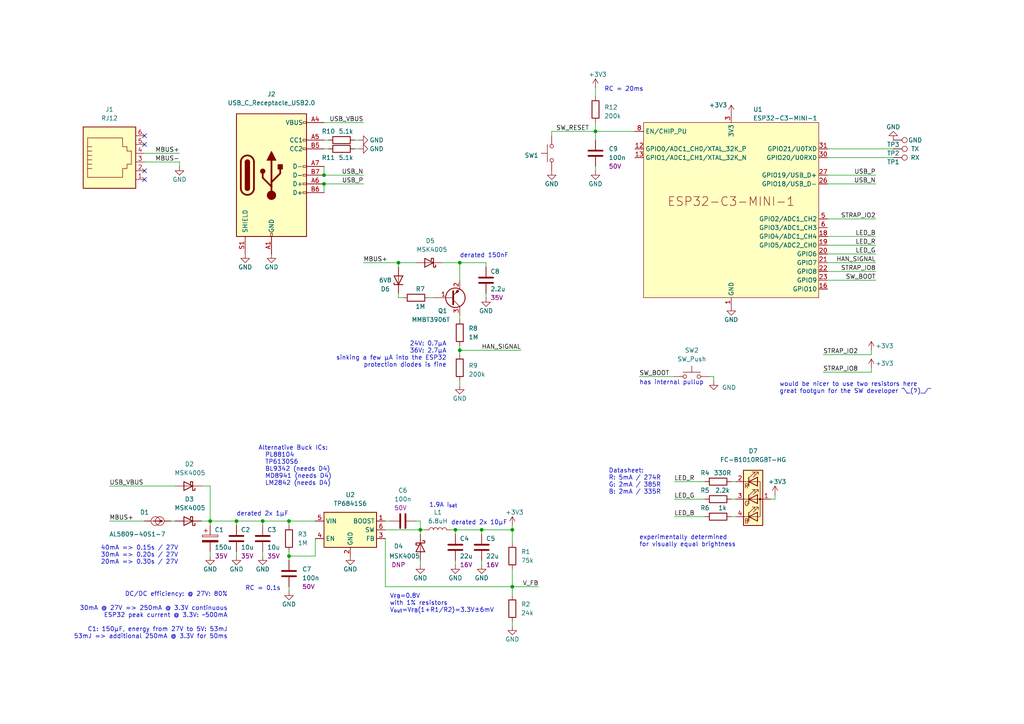
<source format=kicad_sch>
(kicad_sch (version 20230121) (generator eeschema)
  (paper "A4")
  (title_block (title "µHAN mosquito") (date "2023-03-17") (rev "1.0"))
  (lib_symbols
    (symbol "Connector:RJ12" (pin_names (offset 1.016))
      (property "Reference" "J" (at -5.08 11.43 0))
      (property "Value" "RJ12" (at 2.54 11.43 0))
      (symbol "RJ12_0_1"
        (polyline (pts (xy -6.35 -1.905) (xy -5.08 -1.905) (xy -5.08 -1.905)))
        (polyline (pts (xy -6.35 -0.635) (xy -5.08 -0.635) (xy -5.08 -0.635)))
        (polyline (pts (xy -6.35 0.635) (xy -5.08 0.635) (xy -5.08 0.635)))
        (polyline (pts (xy -6.35 1.905) (xy -5.08 1.905) (xy -5.08 1.905)))
        (polyline (pts (xy -6.35 3.175) (xy -5.08 3.175) (xy -5.08 3.175)))
        (polyline (pts (xy -5.08 4.445) (xy -6.35 4.445) (xy -6.35 4.445)))
        (polyline (pts (xy -6.35 -4.445) (xy -6.35 6.985) (xy 3.81 6.985) (xy 3.81 4.445) (xy 5.08 4.445) (xy 5.08 3.175) (xy 6.35 3.175) (xy 6.35 -0.635) (xy 5.08 -0.635) (xy 5.08 -1.905) (xy 3.81 -1.905) (xy 3.81 -4.445) (xy -6.35 -4.445) (xy -6.35 -4.445)))
        (rectangle (start 7.62 10.16) (end -7.62 -7.62) (stroke (width 0.254)) (fill (type background)))
      )
      (symbol "RJ12_1_1"
        (pin passive line (at 10.16 -5.08 180) (length 2.54) (name "~") (number "1"))
        (pin passive line (at 10.16 -2.54 180) (length 2.54) (name "~") (number "2"))
        (pin passive line (at 10.16 0 180) (length 2.54) (name "~") (number "3"))
        (pin passive line (at 10.16 2.54 180) (length 2.54) (name "~") (number "4"))
        (pin passive line (at 10.16 5.08 180) (length 2.54) (name "~") (number "5"))
        (pin passive line (at 10.16 7.62 180) (length 2.54) (name "~") (number "6"))
      )
    )
    (symbol "Connector:TestPoint" (pin_numbers hide) (pin_names (offset 0.762) hide)
      (property "Reference" "TP" (at 0 6.858 0))
      (property "Value" "TestPoint" (at 0 5.08 0))
      (symbol "TestPoint_0_1"
        (circle (center 0 3.302) (radius 0.762))
      )
      (symbol "TestPoint_1_1"
        (pin passive line (at 0 0 90) (length 2.54) (name "1") (number "1"))
      )
    )
    (symbol "Device:C" (pin_numbers hide) (pin_names (offset 0.254))
      (property "Reference" "C" (at 0.635 2.54 0))
      (property "Value" "C" (at 0.635 -2.54 0))
      (symbol "C_0_1"
        (polyline (pts (xy -2.032 -0.762) (xy 2.032 -0.762)) (stroke (width 0.508)))
        (polyline (pts (xy -2.032 0.762) (xy 2.032 0.762)) (stroke (width 0.508)))
      )
      (symbol "C_1_1"
        (pin passive line (at 0 3.81 270) (length 2.794) (name "~") (number "1"))
        (pin passive line (at 0 -3.81 90) (length 2.794) (name "~") (number "2"))
      )
    )
    (symbol "Device:C_Polarized" (pin_numbers hide) (pin_names (offset 0.254))
      (property "Reference" "C" (at 0.635 2.54 0))
      (property "Value" "C_Polarized" (at 0.635 -2.54 0))
      (symbol "C_Polarized_0_1"
        (rectangle (start -2.286 0.508) (end 2.286 1.016))
        (polyline (pts (xy -1.778 2.286) (xy -0.762 2.286)))
        (polyline (pts (xy -1.27 2.794) (xy -1.27 1.778)))
        (rectangle (start 2.286 -0.508) (end -2.286 -1.016) (fill (type outline)))
      )
      (symbol "C_Polarized_1_1"
        (pin passive line (at 0 3.81 270) (length 2.794) (name "~") (number "1"))
        (pin passive line (at 0 -3.81 90) (length 2.794) (name "~") (number "2"))
      )
    )
    (symbol "Device:D_Schottky" (pin_numbers hide) (pin_names (offset 1.016) hide)
      (property "Reference" "D" (at 0 2.54 0))
      (property "Value" "D_Schottky" (at 0 -2.54 0))
      (symbol "D_Schottky_0_1"
        (polyline (pts (xy 1.27 0) (xy -1.27 0)))
        (polyline (pts (xy 1.27 1.27) (xy 1.27 -1.27) (xy -1.27 0) (xy 1.27 1.27)) (stroke (width 0.254)))
        (polyline (pts (xy -1.905 0.635) (xy -1.905 1.27) (xy -1.27 1.27) (xy -1.27 -1.27) (xy -0.635 -1.27) (xy -0.635 -0.635)) (stroke (width 0.254)))
      )
      (symbol "D_Schottky_1_1"
        (pin passive line (at -3.81 0 0) (length 2.54) (name "K") (number "1"))
        (pin passive line (at 3.81 0 180) (length 2.54) (name "A") (number "2"))
      )
    )
    (symbol "Device:D_Zener" (pin_numbers hide) (pin_names (offset 1.016) hide)
      (property "Reference" "D" (at 0 2.54 0))
      (property "Value" "D_Zener" (at 0 -2.54 0))
      (symbol "D_Zener_0_1"
        (polyline (pts (xy 1.27 0) (xy -1.27 0)))
        (polyline (pts (xy -1.27 -1.27) (xy -1.27 1.27) (xy -0.762 1.27)) (stroke (width 0.254)))
        (polyline (pts (xy 1.27 -1.27) (xy 1.27 1.27) (xy -1.27 0) (xy 1.27 -1.27)) (stroke (width 0.254)))
      )
      (symbol "D_Zener_1_1"
        (pin passive line (at -3.81 0 0) (length 2.54) (name "K") (number "1"))
        (pin passive line (at 3.81 0 180) (length 2.54) (name "A") (number "2"))
      )
    )
    (symbol "Device:L" (pin_numbers hide) (pin_names (offset 1.016) hide)
      (property "Reference" "L" (at -1.27 0 90))
      (property "Value" "L" (at 1.905 0 90))
      (symbol "L_0_1"
        (arc (start 0 -2.54) (mid 0.6323 -1.905) (end 0 -1.27))
        (arc (start 0 -1.27) (mid 0.6323 -0.635) (end 0 0))
        (arc (start 0 0) (mid 0.6323 0.635) (end 0 1.27))
        (arc (start 0 1.27) (mid 0.6323 1.905) (end 0 2.54))
      )
      (symbol "L_1_1"
        (pin passive line (at 0 3.81 270) (length 1.27) (name "1") (number "1"))
        (pin passive line (at 0 -3.81 90) (length 1.27) (name "2") (number "2"))
      )
    )
    (symbol "Device:LED_ARGB" (pin_names (offset 0) hide)
      (property "Reference" "D" (at 0 9.398 0))
      (property "Value" "LED_ARGB" (at 0 -8.89 0))
      (symbol "LED_ARGB_0_0"
        (text "B" (at -1.905 -6.35 0) (effects (font (size 1.27 1.27))))
        (text "G" (at -1.905 -1.27 0) (effects (font (size 1.27 1.27))))
        (text "R" (at -1.905 3.81 0) (effects (font (size 1.27 1.27))))
      )
      (symbol "LED_ARGB_0_1"
        (polyline (pts (xy -1.27 -5.08) (xy -2.54 -5.08)))
        (polyline (pts (xy -1.27 -5.08) (xy 1.27 -5.08)))
        (polyline (pts (xy -1.27 -3.81) (xy -1.27 -6.35)) (stroke (width 0.254)))
        (polyline (pts (xy -1.27 0) (xy -2.54 0)))
        (polyline (pts (xy -1.27 1.27) (xy -1.27 -1.27)) (stroke (width 0.254)))
        (polyline (pts (xy -1.27 5.08) (xy -2.54 5.08)))
        (polyline (pts (xy -1.27 5.08) (xy 1.27 5.08)))
        (polyline (pts (xy -1.27 6.35) (xy -1.27 3.81)) (stroke (width 0.254)))
        (polyline (pts (xy 1.27 0) (xy -1.27 0)))
        (polyline (pts (xy 1.27 0) (xy 2.54 0)))
        (polyline (pts (xy -1.27 1.27) (xy -1.27 -1.27) (xy -1.27 -1.27)))
        (polyline (pts (xy -1.27 6.35) (xy -1.27 3.81) (xy -1.27 3.81)))
        (polyline (pts (xy 1.27 -5.08) (xy 2.032 -5.08) (xy 2.032 5.08) (xy 1.27 5.08)))
        (polyline (pts (xy 1.27 -3.81) (xy 1.27 -6.35) (xy -1.27 -5.08) (xy 1.27 -3.81)) (stroke (width 0.254)))
        (polyline (pts (xy 1.27 1.27) (xy 1.27 -1.27) (xy -1.27 0) (xy 1.27 1.27)) (stroke (width 0.254)))
        (polyline (pts (xy 1.27 6.35) (xy 1.27 3.81) (xy -1.27 5.08) (xy 1.27 6.35)) (stroke (width 0.254)))
        (polyline (pts (xy -1.016 -3.81) (xy 0.508 -2.286) (xy -0.254 -2.286) (xy 0.508 -2.286) (xy 0.508 -3.048)))
        (polyline (pts (xy -1.016 1.27) (xy 0.508 2.794) (xy -0.254 2.794) (xy 0.508 2.794) (xy 0.508 2.032)))
        (polyline (pts (xy -1.016 6.35) (xy 0.508 7.874) (xy -0.254 7.874) (xy 0.508 7.874) (xy 0.508 7.112)))
        (polyline (pts (xy 0 -3.81) (xy 1.524 -2.286) (xy 0.762 -2.286) (xy 1.524 -2.286) (xy 1.524 -3.048)))
        (polyline (pts (xy 0 1.27) (xy 1.524 2.794) (xy 0.762 2.794) (xy 1.524 2.794) (xy 1.524 2.032)))
        (polyline (pts (xy 0 6.35) (xy 1.524 7.874) (xy 0.762 7.874) (xy 1.524 7.874) (xy 1.524 7.112)))
        (rectangle (start 1.27 -1.27) (end 1.27 1.27))
        (rectangle (start 1.27 1.27) (end 1.27 1.27))
        (rectangle (start 1.27 3.81) (end 1.27 6.35))
        (rectangle (start 1.27 6.35) (end 1.27 6.35))
        (circle (center 2.032 0) (radius 0.254) (fill (type outline)))
        (rectangle (start 2.794 8.382) (end -2.794 -7.62) (stroke (width 0.254)) (fill (type background)))
      )
      (symbol "LED_ARGB_1_1"
        (pin passive line (at 5.08 0 180) (length 2.54) (name "A") (number "1"))
        (pin passive line (at -5.08 5.08 0) (length 2.54) (name "RK") (number "2"))
        (pin passive line (at -5.08 0 0) (length 2.54) (name "GK") (number "3"))
        (pin passive line (at -5.08 -5.08 0) (length 2.54) (name "BK") (number "4"))
      )
    )
    (symbol "Device:R" (pin_numbers hide) (pin_names (offset 0))
      (property "Reference" "R" (at 2.032 0 90))
      (property "Value" "R" (at 0 0 90))
      (symbol "R_0_1"
        (rectangle (start -1.016 -2.54) (end 1.016 2.54) (stroke (width 0.254)))
      )
      (symbol "R_1_1"
        (pin passive line (at 0 3.81 270) (length 1.27) (name "~") (number "1"))
        (pin passive line (at 0 -3.81 90) (length 1.27) (name "~") (number "2"))
      )
    )
    (symbol "Espressif:ESP32-C3-MINI-1"
      (property "Reference" "U" (at -25.4 30.48 0))
      (property "Value" "ESP32-C3-MINI-1" (at -25.4 27.94 0))
      (symbol "ESP32-C3-MINI-1_0_0"
        (text "ESP32-C3-MINI-1" (at 0 2.54 0) (effects (font (size 2.54 2.54))))
      )
      (symbol "ESP32-C3-MINI-1_0_1"
        (rectangle (start -25.4 25.4) (end 25.4 -25.4) (fill (type background)))
      )
      (symbol "ESP32-C3-MINI-1_1_1"
        (pin power_in line (at 0 -27.94 90) (length 2.54) (name "GND") (number "1"))
        (pin no_connect line (at -25.4 2.54 0) (length 2.54) hide (name "NC") (number "10"))
        (pin passive line (at 0 -27.94 90) (length 2.54) hide (name "GND") (number "11"))
        (pin bidirectional line (at -27.94 17.78 0) (length 2.54) (name "GPIO0/ADC1_CH0/XTAL_32K_P") (number "12"))
        (pin bidirectional line (at -27.94 15.24 0) (length 2.54) (name "GPIO1/ADC1_CH1/XTAL_32K_N") (number "13"))
        (pin passive line (at 0 -27.94 90) (length 2.54) hide (name "GND") (number "14"))
        (pin no_connect line (at -25.4 0 0) (length 2.54) hide (name "NC") (number "15"))
        (pin bidirectional line (at 27.94 -22.86 180) (length 2.54) (name "GPIO10") (number "16"))
        (pin no_connect line (at -25.4 -2.54 0) (length 2.54) hide (name "NC") (number "17"))
        (pin bidirectional line (at 27.94 -7.62 180) (length 2.54) (name "GPIO4/ADC1_CH4") (number "18"))
        (pin bidirectional line (at 27.94 -10.16 180) (length 2.54) (name "GPIO5/ADC2_CH0") (number "19"))
        (pin passive line (at 0 -27.94 90) (length 2.54) hide (name "GND") (number "2"))
        (pin bidirectional line (at 27.94 -12.7 180) (length 2.54) (name "GPIO6") (number "20"))
        (pin bidirectional line (at 27.94 -15.24 180) (length 2.54) (name "GPIO7") (number "21"))
        (pin bidirectional line (at 27.94 -17.78 180) (length 2.54) (name "GPIO8") (number "22"))
        (pin bidirectional line (at 27.94 -20.32 180) (length 2.54) (name "GPIO9") (number "23"))
        (pin no_connect line (at -25.4 -5.08 0) (length 2.54) hide (name "NC") (number "24"))
        (pin no_connect line (at -25.4 -7.62 0) (length 2.54) hide (name "NC") (number "25"))
        (pin bidirectional line (at 27.94 7.62 180) (length 2.54) (name "GPIO18/USB_D-") (number "26"))
        (pin bidirectional line (at 27.94 10.16 180) (length 2.54) (name "GPIO19/USB_D+") (number "27"))
        (pin no_connect line (at -25.4 -10.16 0) (length 2.54) hide (name "NC") (number "28"))
        (pin no_connect line (at -25.4 -12.7 0) (length 2.54) hide (name "NC") (number "29"))
        (pin power_in line (at 0 27.94 270) (length 2.54) (name "3V3") (number "3"))
        (pin bidirectional line (at 27.94 15.24 180) (length 2.54) (name "GPIO20/U0RXD") (number "30"))
        (pin bidirectional line (at 27.94 17.78 180) (length 2.54) (name "GPIO21/U0TXD") (number "31"))
        (pin no_connect line (at -25.4 -15.24 0) (length 2.54) hide (name "NC") (number "32"))
        (pin no_connect line (at -25.4 -17.78 0) (length 2.54) hide (name "NC") (number "33"))
        (pin no_connect line (at -25.4 -20.32 0) (length 2.54) hide (name "NC") (number "34"))
        (pin no_connect line (at -25.4 -22.86 0) (length 2.54) hide (name "NC") (number "35"))
        (pin passive line (at 0 -27.94 90) (length 2.54) hide (name "GND") (number "36"))
        (pin passive line (at 0 -27.94 90) (length 2.54) hide (name "GND") (number "37"))
        (pin passive line (at 0 -27.94 90) (length 2.54) hide (name "GND") (number "38"))
        (pin passive line (at 0 -27.94 90) (length 2.54) hide (name "GND") (number "39"))
        (pin no_connect line (at -25.4 10.16 0) (length 2.54) hide (name "NC") (number "4"))
        (pin passive line (at 0 -27.94 90) (length 2.54) hide (name "GND") (number "40"))
        (pin passive line (at 0 -27.94 90) (length 2.54) hide (name "GND") (number "41"))
        (pin passive line (at 0 -27.94 90) (length 2.54) hide (name "GND") (number "42"))
        (pin passive line (at 0 -27.94 90) (length 2.54) hide (name "GND") (number "43"))
        (pin passive line (at 0 -27.94 90) (length 2.54) hide (name "GND") (number "44"))
        (pin passive line (at 0 -27.94 90) (length 2.54) hide (name "GND") (number "45"))
        (pin passive line (at 0 -27.94 90) (length 2.54) hide (name "GND") (number "46"))
        (pin passive line (at 0 -27.94 90) (length 2.54) hide (name "GND") (number "47"))
        (pin passive line (at 0 -27.94 90) (length 2.54) hide (name "GND") (number "48"))
        (pin passive line (at 0 -27.94 90) (length 2.54) hide (name "GND") (number "49"))
        (pin bidirectional line (at 27.94 -2.54 180) (length 2.54) (name "GPIO2/ADC1_CH2") (number "5"))
        (pin passive line (at 0 -27.94 90) (length 2.54) hide (name "GND") (number "50"))
        (pin passive line (at 0 -27.94 90) (length 2.54) hide (name "GND") (number "51"))
        (pin passive line (at 0 -27.94 90) (length 2.54) hide (name "GND") (number "52"))
        (pin passive line (at 0 -27.94 90) (length 2.54) hide (name "GND") (number "53"))
        (pin bidirectional line (at 27.94 -5.08 180) (length 2.54) (name "GPIO3/ADC1_CH3") (number "6"))
        (pin no_connect line (at -25.4 7.62 0) (length 2.54) hide (name "NC") (number "7"))
        (pin input line (at -27.94 22.86 0) (length 2.54) (name "EN/CHIP_PU") (number "8"))
        (pin no_connect line (at -25.4 5.08 0) (length 2.54) hide (name "NC") (number "9"))
      )
    )
    (symbol "Regulator_Switching:LM2841X"
      (property "Reference" "U" (at -7.62 6.35 0))
      (property "Value" "LM2841X" (at 0 6.35 0))
      (symbol "LM2841X_0_1"
        (rectangle (start -7.62 5.08) (end 7.62 -5.08) (stroke (width 0.254)) (fill (type background)))
        (pin input line (at 10.16 2.54 180) (length 2.54) (name "BOOST") (number "1"))
      )
      (symbol "LM2841X_1_1"
        (pin power_in line (at 0 -7.62 90) (length 2.54) (name "GND") (number "2"))
        (pin input line (at 10.16 -2.54 180) (length 2.54) (name "FB") (number "3"))
        (pin input line (at -10.16 -2.54 0) (length 2.54) (name "EN") (number "4"))
        (pin power_in line (at -10.16 2.54 0) (length 2.54) (name "VIN") (number "5"))
        (pin output line (at 10.16 0 180) (length 2.54) (name "SW") (number "6"))
      )
    )
    (symbol "Switch:SW_Push" (pin_numbers hide) (pin_names (offset 1.016) hide)
      (property "Reference" "SW" (at 1.27 2.54 0))
      (property "Value" "SW_Push" (at 0 -1.524 0))
      (symbol "SW_Push_0_1"
        (circle (center -2.032 0) (radius 0.508))
        (polyline (pts (xy 0 1.27) (xy 0 3.048)))
        (polyline (pts (xy 2.54 1.27) (xy -2.54 1.27)))
        (circle (center 2.032 0) (radius 0.508))
        (pin passive line (at -5.08 0 0) (length 2.54) (name "1") (number "1"))
        (pin passive line (at 5.08 0 180) (length 2.54) (name "2") (number "2"))
      )
    )
    (symbol "Transistor_BJT:MMBT3906" (pin_names (offset 0) hide)
      (property "Reference" "Q" (at 5.08 1.905 0))
      (property "Value" "MMBT3906" (at 5.08 0 0))
      (symbol "MMBT3906_0_1"
        (polyline (pts (xy 0.635 0.635) (xy 2.54 2.54)))
        (polyline (pts (xy 0.635 -0.635) (xy 2.54 -2.54) (xy 2.54 -2.54)))
        (polyline (pts (xy 0.635 1.905) (xy 0.635 -1.905) (xy 0.635 -1.905)) (stroke (width 0.508)))
        (polyline (pts (xy 2.286 -1.778) (xy 1.778 -2.286) (xy 1.27 -1.27) (xy 2.286 -1.778) (xy 2.286 -1.778)) (fill (type outline)))
        (circle (center 1.27 0) (radius 2.8194) (stroke (width 0.254)))
      )
      (symbol "MMBT3906_1_1"
        (pin input line (at -5.08 0 0) (length 5.715) (name "B") (number "1"))
        (pin passive line (at 2.54 -5.08 90) (length 2.54) (name "E") (number "2"))
        (pin passive line (at 2.54 5.08 270) (length 2.54) (name "C") (number "3"))
      )
    )
    (symbol "mosquito:LED_driver" (pin_numbers hide)
      (property "Reference" "D" (at -3.175 -2.54 0))
      (property "Value" "LED_driver" (at -3.175 -4.445 0))
      (symbol "LED_driver_0_1"
        (circle (center -0.635 0) (radius 1.27))
        (polyline (pts (xy -1.397 0) (xy 1.397 0)) (stroke (width 0.254)))
        (polyline (pts (xy 1.397 0) (xy 0.889 -0.254) (xy 0.889 0.254) (xy 1.397 0)) (stroke (width 0.254)))
        (circle (center 0.635 0) (radius 1.27))
      )
      (symbol "LED_driver_1_1"
        (pin passive line (at 3.81 0 180) (length 1.9) (name "~") (number "1"))
        (pin passive line (at -3.81 0 0) (length 1.9) (name "~") (number "2"))
      )
    )
    (symbol "mosquito:USB_C_Receptacle_USB2.0" (pin_names (offset 1.016))
      (property "Reference" "J" (at -10.16 19.05 0))
      (property "Value" "USB_C_Receptacle_USB2.0" (at 19.05 19.05 0))
      (symbol "USB_C_Receptacle_USB2.0_0_0"
        (rectangle (start -0.254 -17.78) (end 0.254 -16.764))
        (rectangle (start 10.16 -4.826) (end 9.144 -5.334))
        (rectangle (start 10.16 -2.286) (end 9.144 -2.794))
        (rectangle (start 10.16 0.254) (end 9.144 -0.254))
        (rectangle (start 10.16 2.794) (end 9.144 2.286))
        (rectangle (start 10.16 7.874) (end 9.144 7.366))
        (rectangle (start 10.16 10.414) (end 9.144 9.906))
        (rectangle (start 10.16 15.494) (end 9.144 14.986))
      )
      (symbol "USB_C_Receptacle_USB2.0_0_1"
        (rectangle (start -10.16 17.78) (end 10.16 -17.78) (stroke (width 0.254)) (fill (type background)))
        (arc (start -8.89 -3.81) (mid -6.985 -5.7067) (end -5.08 -3.81) (stroke (width 0.508)))
        (arc (start -7.62 -3.81) (mid -6.985 -4.4423) (end -6.35 -3.81) (stroke (width 0.254)))
        (arc (start -7.62 -3.81) (mid -6.985 -4.4423) (end -6.35 -3.81) (stroke (width 0.254)) (fill (type outline)))
        (rectangle (start -7.62 -3.81) (end -6.35 3.81) (stroke (width 0.254)) (fill (type outline)))
        (arc (start -6.35 3.81) (mid -6.985 4.4423) (end -7.62 3.81) (stroke (width 0.254)))
        (arc (start -6.35 3.81) (mid -6.985 4.4423) (end -7.62 3.81) (stroke (width 0.254)) (fill (type outline)))
        (arc (start -5.08 3.81) (mid -6.985 5.7067) (end -8.89 3.81) (stroke (width 0.508)))
        (circle (center -2.54 1.143) (radius 0.635) (stroke (width 0.254)) (fill (type outline)))
        (circle (center 0 -5.842) (radius 1.27) (fill (type outline)))
        (polyline (pts (xy -8.89 -3.81) (xy -8.89 3.81)) (stroke (width 0.508)))
        (polyline (pts (xy -5.08 3.81) (xy -5.08 -3.81)) (stroke (width 0.508)))
        (polyline (pts (xy 0 -5.842) (xy 0 4.318)) (stroke (width 0.508)))
        (polyline (pts (xy 0 -3.302) (xy -2.54 -0.762) (xy -2.54 0.508)) (stroke (width 0.508)))
        (polyline (pts (xy 0 -2.032) (xy 2.54 0.508) (xy 2.54 1.778)) (stroke (width 0.508)))
        (polyline (pts (xy -1.27 4.318) (xy 0 6.858) (xy 1.27 4.318) (xy -1.27 4.318)) (stroke (width 0.254)) (fill (type outline)))
        (rectangle (start 1.905 1.778) (end 3.175 3.048) (stroke (width 0.254)) (fill (type outline)))
      )
      (symbol "USB_C_Receptacle_USB2.0_1_1"
        (pin passive line (at 0 -22.86 90) (length 5.08) (name "GND") (number "A1"))
        (pin passive line (at 0 -22.86 90) (length 5.08) hide (name "GND") (number "A12"))
        (pin passive line (at 15.24 15.24 180) (length 5.08) (name "VBUS") (number "A4"))
        (pin bidirectional line (at 15.24 10.16 180) (length 5.08) (name "CC1") (number "A5"))
        (pin bidirectional line (at 15.24 -2.54 180) (length 5.08) (name "D+") (number "A6"))
        (pin bidirectional line (at 15.24 2.54 180) (length 5.08) (name "D-") (number "A7"))
        (pin passive line (at 15.24 15.24 180) (length 5.08) hide (name "VBUS") (number "A9"))
        (pin passive line (at 0 -22.86 90) (length 5.08) hide (name "GND") (number "B1"))
        (pin passive line (at 0 -22.86 90) (length 5.08) hide (name "GND") (number "B12"))
        (pin passive line (at 15.24 15.24 180) (length 5.08) hide (name "VBUS") (number "B4"))
        (pin bidirectional line (at 15.24 7.62 180) (length 5.08) (name "CC2") (number "B5"))
        (pin bidirectional line (at 15.24 -5.08 180) (length 5.08) (name "D+") (number "B6"))
        (pin bidirectional line (at 15.24 0 180) (length 5.08) (name "D-") (number "B7"))
        (pin passive line (at 15.24 15.24 180) (length 5.08) hide (name "VBUS") (number "B9"))
        (pin passive line (at -7.62 -22.86 90) (length 5.08) (name "SHIELD") (number "S1"))
      )
    )
    (symbol "power:+3V3" (power) (pin_names (offset 0))
      (property "Value" "+3V3" (at 0 3.556 0))
      (symbol "+3V3_0_1"
        (polyline (pts (xy -0.762 1.27) (xy 0 2.54)))
        (polyline (pts (xy 0 0) (xy 0 2.54)))
        (polyline (pts (xy 0 2.54) (xy 0.762 1.27)))
      )
      (symbol "+3V3_1_1"
        (pin power_in line (at 0 0 90) (length 0) hide (name "+3V3") (number "1"))
      )
    )
    (symbol "power:GND" (power) (pin_names (offset 0))
      (property "Value" "GND" (at 0 -3.81 0))
      (symbol "GND_0_1"
        (polyline (pts (xy 0 0) (xy 0 -1.27) (xy 1.27 -1.27) (xy 0 -2.54) (xy -1.27 -1.27) (xy 0 -1.27)))
      )
      (symbol "GND_1_1"
        (pin power_in line (at 0 0 270) (length 0) hide (name "GND") (number "1"))
      )
    )
  )
  (junction (at 132.08 153.67))
  (junction (at 133.35 76.2))
  (junction (at 133.35 101.6))
  (junction (at 83.82 151.13))
  (junction (at 139.7 153.67))
  (junction (at 148.59 170.18))
  (junction (at 83.82 161.29))
  (junction (at 68.58 151.13))
  (junction (at 115.57 76.2))
  (junction (at 76.2 151.13))
  (junction (at 60.96 151.13))
  (junction (at 93.98 50.8))
  (junction (at 121.92 153.67))
  (junction (at 93.98 53.34))
  (junction (at 148.59 153.67))
  (junction (at 172.72 38.1))
  (no_connect (at 41.91 49.53))
  (no_connect (at 41.91 41.91))
  (no_connect (at 41.91 39.37))
  (no_connect (at 41.91 52.07))
  (wire (pts (xy 185.42 109.22) (xy 195.58 109.22)))
  (wire (pts (xy 240.03 81.28) (xy 254 81.28)))
  (wire (pts (xy 91.44 156.21) (xy 91.44 161.29)))
  (wire (pts (xy 148.59 180.34) (xy 148.59 181.61)))
  (wire (pts (xy 240.03 78.74) (xy 254 78.74)))
  (wire (pts (xy 148.59 165.1) (xy 148.59 170.18)))
  (wire (pts (xy 83.82 161.29) (xy 83.82 162.56)))
  (wire (pts (xy 133.35 91.44) (xy 133.35 92.71)))
  (wire (pts (xy 58.42 140.97) (xy 60.96 140.97)))
  (wire (pts (xy 195.58 144.78) (xy 204.47 144.78)))
  (wire (pts (xy 132.08 162.56) (xy 132.08 163.83)))
  (wire (pts (xy 172.72 25.4) (xy 172.72 27.94)))
  (wire (pts (xy 240.03 76.2) (xy 254 76.2)))
  (wire (pts (xy 133.35 101.6) (xy 133.35 102.87)))
  (wire (pts (xy 124.46 86.36) (xy 125.73 86.36)))
  (wire (pts (xy 121.92 153.67) (xy 121.92 154.94)))
  (wire (pts (xy 60.96 151.13) (xy 68.58 151.13)))
  (wire (pts (xy 60.96 160.02) (xy 60.96 161.29)))
  (wire (pts (xy 133.35 110.49) (xy 133.35 111.76)))
  (wire (pts (xy 212.09 144.78) (xy 213.36 144.78)))
  (wire (pts (xy 140.97 85.09) (xy 140.97 86.36)))
  (wire (pts (xy 212.09 149.86) (xy 213.36 149.86)))
  (wire (pts (xy 207.01 109.22) (xy 205.74 109.22)))
  (wire (pts (xy 111.76 170.18) (xy 148.59 170.18)))
  (wire (pts (xy 115.57 76.2) (xy 120.65 76.2)))
  (wire (pts (xy 60.96 140.97) (xy 60.96 151.13)))
  (wire (pts (xy 140.97 76.2) (xy 133.35 76.2)))
  (wire (pts (xy 132.08 153.67) (xy 132.08 154.94)))
  (wire (pts (xy 238.76 107.95) (xy 252.73 107.95)))
  (wire (pts (xy 148.59 157.48) (xy 148.59 153.67)))
  (wire (pts (xy 83.82 151.13) (xy 83.82 152.4)))
  (wire (pts (xy 252.73 102.87) (xy 252.73 101.6)))
  (wire (pts (xy 60.96 152.4) (xy 60.96 151.13)))
  (wire (pts (xy 224.79 143.51) (xy 224.79 144.78)))
  (wire (pts (xy 133.35 76.2) (xy 133.35 81.28)))
  (wire (pts (xy 58.42 151.13) (xy 60.96 151.13)))
  (wire (pts (xy 139.7 154.94) (xy 139.7 153.67)))
  (wire (pts (xy 172.72 48.26) (xy 172.72 49.53)))
  (wire (pts (xy 172.72 38.1) (xy 172.72 40.64)))
  (wire (pts (xy 121.92 151.13) (xy 120.65 151.13)))
  (wire (pts (xy 254 71.12) (xy 240.03 71.12)))
  (wire (pts (xy 160.02 38.1) (xy 160.02 39.37)))
  (wire (pts (xy 252.73 107.95) (xy 252.73 106.68)))
  (wire (pts (xy 115.57 76.2) (xy 115.57 77.47)))
  (wire (pts (xy 102.87 40.64) (xy 104.14 40.64)))
  (wire (pts (xy 41.91 44.45) (xy 52.07 44.45)))
  (wire (pts (xy 93.98 35.56) (xy 105.41 35.56)))
  (wire (pts (xy 68.58 151.13) (xy 68.58 152.4)))
  (wire (pts (xy 121.92 153.67) (xy 121.92 151.13)))
  (wire (pts (xy 238.76 102.87) (xy 252.73 102.87)))
  (wire (pts (xy 259.08 43.18) (xy 240.03 43.18)))
  (wire (pts (xy 102.87 43.18) (xy 104.14 43.18)))
  (wire (pts (xy 207.01 110.49) (xy 207.01 109.22)))
  (wire (pts (xy 121.92 162.56) (xy 121.92 163.83)))
  (wire (pts (xy 76.2 160.02) (xy 76.2 161.29)))
  (wire (pts (xy 115.57 85.09) (xy 115.57 86.36)))
  (wire (pts (xy 240.03 53.34) (xy 254 53.34)))
  (wire (pts (xy 52.07 46.99) (xy 52.07 48.26)))
  (wire (pts (xy 111.76 153.67) (xy 121.92 153.67)))
  (wire (pts (xy 121.92 153.67) (xy 123.19 153.67)))
  (wire (pts (xy 132.08 153.67) (xy 130.81 153.67)))
  (wire (pts (xy 83.82 161.29) (xy 91.44 161.29)))
  (wire (pts (xy 93.98 53.34) (xy 93.98 55.88)))
  (wire (pts (xy 93.98 40.64) (xy 95.25 40.64)))
  (wire (pts (xy 139.7 162.56) (xy 139.7 163.83)))
  (wire (pts (xy 254 68.58) (xy 240.03 68.58)))
  (wire (pts (xy 223.52 144.78) (xy 224.79 144.78)))
  (wire (pts (xy 83.82 160.02) (xy 83.82 161.29)))
  (wire (pts (xy 172.72 35.56) (xy 172.72 38.1)))
  (wire (pts (xy 76.2 151.13) (xy 83.82 151.13)))
  (wire (pts (xy 115.57 86.36) (xy 116.84 86.36)))
  (wire (pts (xy 93.98 50.8) (xy 105.41 50.8)))
  (wire (pts (xy 133.35 101.6) (xy 151.13 101.6)))
  (wire (pts (xy 68.58 151.13) (xy 76.2 151.13)))
  (wire (pts (xy 240.03 63.5) (xy 254 63.5)))
  (wire (pts (xy 148.59 170.18) (xy 156.21 170.18)))
  (wire (pts (xy 41.91 46.99) (xy 52.07 46.99)))
  (wire (pts (xy 105.41 76.2) (xy 115.57 76.2)))
  (wire (pts (xy 139.7 153.67) (xy 132.08 153.67)))
  (wire (pts (xy 83.82 170.18) (xy 83.82 171.45)))
  (wire (pts (xy 49.53 151.13) (xy 50.8 151.13)))
  (wire (pts (xy 128.27 76.2) (xy 133.35 76.2)))
  (wire (pts (xy 160.02 38.1) (xy 172.72 38.1)))
  (wire (pts (xy 195.58 149.86) (xy 204.47 149.86)))
  (wire (pts (xy 172.72 38.1) (xy 184.15 38.1)))
  (wire (pts (xy 140.97 77.47) (xy 140.97 76.2)))
  (wire (pts (xy 68.58 160.02) (xy 68.58 161.29)))
  (wire (pts (xy 76.2 151.13) (xy 76.2 152.4)))
  (wire (pts (xy 93.98 48.26) (xy 93.98 50.8)))
  (wire (pts (xy 254 73.66) (xy 240.03 73.66)))
  (wire (pts (xy 31.75 151.13) (xy 41.91 151.13)))
  (wire (pts (xy 133.35 100.33) (xy 133.35 101.6)))
  (wire (pts (xy 31.75 140.97) (xy 50.8 140.97)))
  (wire (pts (xy 93.98 53.34) (xy 105.41 53.34)))
  (wire (pts (xy 111.76 151.13) (xy 113.03 151.13)))
  (wire (pts (xy 195.58 139.7) (xy 204.47 139.7)))
  (wire (pts (xy 259.08 45.72) (xy 240.03 45.72)))
  (wire (pts (xy 83.82 151.13) (xy 91.44 151.13)))
  (wire (pts (xy 139.7 153.67) (xy 148.59 153.67)))
  (wire (pts (xy 148.59 152.4) (xy 148.59 153.67)))
  (wire (pts (xy 212.09 139.7) (xy 213.36 139.7)))
  (wire (pts (xy 111.76 156.21) (xy 111.76 170.18)))
  (wire (pts (xy 240.03 50.8) (xy 254 50.8)))
  (wire (pts (xy 93.98 43.18) (xy 95.25 43.18)))
  (wire (pts (xy 148.59 170.18) (xy 148.59 172.72)))
  (text "Alternative Buck ICs:\n  PL88104\n  TP6130S6\n  BL9342 (needs D4)\n  MD8941 (needs D4)\n  LM2842 (needs D4)" (at 74.93 140.97 0) (effects (font (size 1.27 1.27)) (justify left bottom)))
  (text "has internal pullup" (at 185.42 111.76 0) (effects (font (size 1.27 1.27)) (justify left bottom)))
  (text "experimentally determined\nfor visually equal brightness" (at 185.42 158.75 0) (effects (font (size 1.27 1.27)) (justify left bottom)))
  (text "DC/DC efficiency: @ 27V: 80%\n\n30mA @ 27V => 250mA @ 3.3V continuous\nESP32 peak current @ 3.3V: ~500mA\n\nC1: 150µF, energy from 27V to 5V: 53mJ\n53mJ => additional 250mA @ 3.3V for 50ms" (at 66.04 185.42 0) (effects (font (size 1.27 1.27)) (justify right bottom)))
  (text "V_{FB}=0.8V\nwith 1% resistors\nV_{out}=V_{FB}(1+R1/R2)=3.3V±6mV" (at 113.03 177.8 0) (effects (font (size 1.27 1.27)) (justify left bottom)))
  (text "derated 2x 10µF" (at 130.81 152.4 0) (effects (font (size 1.27 1.27)) (justify left bottom)))
  (text "24V: 0.7µA\n36V: 2.7µA\nsinking a few µA into the ESP32\nprotection diodes is fine" (at 129.54 106.68 0) (effects (font (size 1.27 1.27)) (justify right bottom)))
  (text "40mA => 0.15s / 27V\n30mA => 0.20s / 27V\n20mA => 0.30s / 27V" (at 29.21 163.83 0) (effects (font (size 1.27 1.27)) (justify left bottom)))
  (text "Datasheet:\nR: 5mA / 274R\nG: 2mA / 385R\nB: 2mA / 335R" (at 176.53 143.51 0) (effects (font (size 1.27 1.27)) (justify left bottom)))
  (text "1.9A I_{sat}" (at 124.46 147.32 0) (effects (font (size 1.27 1.27)) (justify left bottom)))
  (text "derated 2x 1µF" (at 68.58 149.86 0) (effects (font (size 1.27 1.27)) (justify left bottom)))
  (text "RC = 0.1s" (at 71.12 171.45 0) (effects (font (size 1.27 1.27)) (justify left bottom)))
  (text "derated 150nF" (at 133.35 74.93 0) (effects (font (size 1.27 1.27)) (justify left bottom)))
  (text "would be nicer to use two resistors here\ngreat footgun for the SW developer ¯\\_(ツ)_/¯" (at 226.06 114.3 0) (effects (font (size 1.27 1.27)) (justify left bottom)))
  (text "RC = 20ms" (at 175.26 26.67 0) (effects (font (size 1.27 1.27)) (justify left bottom)))
  (label "MBUS-" (at 52.07 46.99 180))
  (label "STRAP_IO2" (at 238.76 102.87 0))
  (label "STRAP_IO2" (at 254 63.5 180))
  (label "USB_VBUS" (at 105.41 35.56 180))
  (label "MBUS+" (at 31.75 151.13 0))
  (label "USB_N" (at 254 53.34 180))
  (label "USB_N" (at 105.41 50.8 180))
  (label "LED_G" (at 195.58 144.78 0))
  (label "SW_RESET" (at 161.29 38.1 0))
  (label "V_FB" (at 156.21 170.18 180))
  (label "LED_B" (at 195.58 149.86 0))
  (label "LED_R" (at 195.58 139.7 0))
  (label "USB_P" (at 105.41 53.34 180))
  (label "HAN_SIGNAL" (at 151.13 101.6 180))
  (label "LED_G" (at 254 73.66 180))
  (label "HAN_SIGNAL" (at 254 76.2 180))
  (label "LED_R" (at 254 71.12 180))
  (label "USB_P" (at 254 50.8 180))
  (label "SW_BOOT" (at 185.42 109.22 0))
  (label "STRAP_IO8" (at 238.76 107.95 0))
  (label "MBUS+" (at 105.41 76.2 0))
  (label "SW_BOOT" (at 254 81.28 180))
  (label "STRAP_IO8" (at 254 78.74 180))
  (label "LED_B" (at 254 68.58 180))
  (label "MBUS+" (at 52.07 44.45 180))
  (label "USB_VBUS" (at 31.75 140.97 0))
  (symbol (lib_id "power:+3V3") (at 212.09 33.02 0) (unit 1)
    (property "Reference" "#PWR0105" (effects hide))
    (property "Value" "+3V3" (at 208.28 30.48 0))
  )
  (symbol (lib_id "Regulator_Switching:LM2841X") (at 101.6 153.67 0) (unit 1)
    (property "Reference" "U2" (at 101.6 143.51 0))
    (property "Value" "TP6841S6" (at 101.6 146.05 0))
    (property "Footprint" "Package_TO_SOT_SMD:SOT-23-6" (effects hide))
  )
  (symbol (lib_id "Device:R") (at 208.28 149.86 90) (unit 1)
    (property "Reference" "R6" (at 204.47 147.32 90))
    (property "Value" "1k" (at 209.55 147.32 90))
    (property "Footprint" "Resistor_SMD:R_0402_1005Metric" (effects hide))
  )
  (symbol (lib_id "Device:LED_ARGB") (at 218.44 144.78 0) (unit 1)
    (property "Reference" "D7" (at 218.44 130.81 0))
    (property "Value" "FC-B1010RGBT-HG" (at 218.44 133.35 0))
    (property "Footprint" "mosquito:LED_0404" (effects hide))
  )
  (symbol (lib_id "power:GND") (at 68.58 161.29 0) (unit 1)
    (property "Reference" "#PWR05" (effects hide))
    (property "Value" "GND" (at 68.58 165.1 0))
  )
  (symbol (lib_id "power:GND") (at 52.07 48.26 0) (unit 1)
    (property "Reference" "#PWR02" (effects hide))
    (property "Value" "GND" (at 52.07 52.07 0))
  )
  (symbol (lib_id "power:GND") (at 207.01 110.49 0) (unit 1)
    (property "Reference" "#PWR013" (effects hide))
    (property "Value" "GND" (at 211.455 112.395 0))
  )
  (symbol (lib_id "Device:R") (at 99.06 43.18 90) (unit 1)
    (property "Reference" "R11" (at 95.25 45.72 90))
    (property "Value" "5.1k" (at 100.33 45.72 90))
    (property "Footprint" "Resistor_SMD:R_0402_1005Metric" (effects hide))
  )
  (symbol (lib_id "power:GND") (at 148.59 181.61 0) (unit 1)
    (property "Reference" "#PWR011" (effects hide))
    (property "Value" "GND" (at 148.59 185.42 0))
  )
  (symbol (lib_id "Device:R") (at 172.72 31.75 0) (unit 1)
    (property "Reference" "R12" (at 175.26 31.115 0) (effects (justify left)))
    (property "Value" "200k" (at 175.26 33.655 0) (effects (justify left)))
    (property "Footprint" "Resistor_SMD:R_0402_1005Metric" (effects hide))
  )
  (symbol (lib_id "power:GND") (at 101.6 161.29 0) (unit 1)
    (property "Reference" "#PWR04" (effects hide))
    (property "Value" "GND" (at 101.6 165.1 0))
  )
  (symbol (lib_id "power:GND") (at 212.09 88.9 0) (mirror y) (unit 1)
    (property "Reference" "#PWR015" (effects hide))
    (property "Value" "GND" (at 212.09 92.71 0))
  )
  (symbol (lib_id "Device:R") (at 99.06 40.64 90) (unit 1)
    (property "Reference" "R10" (at 95.25 38.1 90))
    (property "Value" "5.1k" (at 100.33 38.1 90))
    (property "Footprint" "Resistor_SMD:R_0402_1005Metric" (effects hide))
  )
  (symbol (lib_id "power:GND") (at 71.12 73.66 0) (unit 1)
    (property "Reference" "#PWR0101" (effects hide))
    (property "Value" "GND" (at 71.12 77.47 0))
  )
  (symbol (lib_id "Device:C") (at 172.72 44.45 180) (unit 1)
    (property "Reference" "C9" (at 176.53 43.1799 0) (effects (justify right)))
    (property "Value" "100n" (at 176.53 45.7199 0) (effects (justify right)))
    (property "Footprint" "Capacitor_SMD:C_0402_1005Metric" (effects hide))
    (property "Voltage" "50V" (at 176.53 48.26 0) (effects (justify right)))
  )
  (symbol (lib_id "Device:R") (at 133.35 106.68 0) (unit 1)
    (property "Reference" "R9" (at 135.89 106.045 0) (effects (justify left)))
    (property "Value" "200k" (at 135.89 108.585 0) (effects (justify left)))
    (property "Footprint" "Resistor_SMD:R_0402_1005Metric" (effects hide))
  )
  (symbol (lib_id "power:GND") (at 76.2 161.29 0) (unit 1)
    (property "Reference" "#PWR018" (effects hide))
    (property "Value" "GND" (at 76.2 165.1 0))
  )
  (symbol (lib_id "power:GND") (at 133.35 111.76 0) (unit 1)
    (property "Reference" "#PWR03" (effects hide))
    (property "Value" "GND" (at 133.35 115.57 0))
  )
  (symbol (lib_id "power:+3V3") (at 252.73 101.6 0) (unit 1)
    (property "Reference" "#PWR012" (effects hide))
    (property "Value" "+3V3" (at 256.54 100.33 0))
  )
  (symbol (lib_id "Device:D_Zener") (at 115.57 81.28 90) (unit 1)
    (property "Reference" "D6" (at 111.76 83.82 90))
    (property "Value" "6V8" (at 111.76 81.28 90))
    (property "Footprint" "Diode_SMD:D_SOD-523" (effects hide))
  )
  (symbol (lib_id "Device:C") (at 68.58 156.21 180) (unit 1)
    (property "Reference" "C2" (at 69.85 153.67 0) (effects (justify right)))
    (property "Value" "10u" (at 69.85 158.75 0) (effects (justify right)))
    (property "Footprint" "Capacitor_SMD:C_0603_1608Metric" (effects hide))
    (property "Voltage" "35V" (at 69.85 161.29 0) (effects (justify right)))
  )
  (symbol (lib_id "Device:R") (at 83.82 156.21 180) (unit 1)
    (property "Reference" "R3" (at 86.36 154.9399 0) (effects (justify right)))
    (property "Value" "1M" (at 86.36 157.4799 0) (effects (justify right)))
    (property "Footprint" "Resistor_SMD:R_0402_1005Metric" (effects hide))
  )
  (symbol (lib_id "Device:C") (at 139.7 158.75 180) (unit 1)
    (property "Reference" "C5" (at 140.97 156.21 0) (effects (justify right)))
    (property "Value" "22u" (at 140.97 161.29 0) (effects (justify right)))
    (property "Footprint" "Capacitor_SMD:C_0603_1608Metric" (effects hide))
    (property "Voltage" "16V" (at 140.97 163.83 0) (effects (justify right)))
  )
  (symbol (lib_id "Connector:TestPoint") (at 259.08 45.72 270) (unit 1)
    (property "Reference" "TP1" (at 259.08 46.99 90))
    (property "Value" "RX" (at 265.43 45.72 90))
    (property "Footprint" "TestPoint:TestPoint_Pad_D1.0mm" (effects hide))
  )
  (symbol (lib_id "Transistor_BJT:MMBT3906") (at 130.81 86.36 0) (mirror x) (unit 1)
    (property "Reference" "Q1" (at 127 90.17 0) (effects (justify left)))
    (property "Value" "MMBT3906T" (at 119.38 92.71 0) (effects (justify left)))
    (property "Footprint" "Package_TO_SOT_SMD:SOT-523" (effects hide))
    (property "Datasheet" "https://www.onsemi.com/pub/Collateral/2N3906-D.PDF" (effects hide))
  )
  (symbol (lib_id "Device:C") (at 83.82 166.37 180) (unit 1)
    (property "Reference" "C7" (at 87.63 165.0999 0) (effects (justify right)))
    (property "Value" "100n" (at 87.63 167.6399 0) (effects (justify right)))
    (property "Footprint" "Capacitor_SMD:C_0402_1005Metric" (effects hide))
    (property "Voltage" "50V" (at 87.63 170.18 0) (effects (justify right)))
  )
  (symbol (lib_id "power:GND") (at 140.97 86.36 0) (unit 1)
    (property "Reference" "#PWR010" (effects hide))
    (property "Value" "GND" (at 140.97 90.17 0))
  )
  (symbol (lib_id "power:GND") (at 259.08 40.64 0) (mirror x) (unit 1)
    (property "Reference" "#PWR021" (effects hide))
    (property "Value" "GND" (at 259.08 36.83 0))
  )
  (symbol (lib_id "Device:D_Schottky") (at 54.61 151.13 180) (unit 1)
    (property "Reference" "D3" (at 54.9275 144.78 0))
    (property "Value" " MSK4005" (at 54.61 147.32 0))
    (property "Footprint" "Diode_SMD:D_SOD-523" (effects hide))
  )
  (symbol (lib_id "power:GND") (at 60.96 161.29 0) (unit 1)
    (property "Reference" "#PWR01" (effects hide))
    (property "Value" "GND" (at 60.96 165.1 0))
  )
  (symbol (lib_id "Espressif:ESP32-C3-MINI-1") (at 212.09 60.96 0) (unit 1)
    (property "Reference" "U1" (at 218.44 31.75 0) (effects (justify left)))
    (property "Value" "ESP32-C3-MINI-1" (at 218.44 34.29 0) (effects (justify left)))
    (property "Footprint" "Espressif:ESP32-C3-MINI-1" (effects hide))
    (property "Datasheet" "https://www.espressif.com/sites/default/files/documentation/esp32-c3-mini-1_datasheet_en.pdf" (effects hide))
  )
  (symbol (lib_id "power:GND") (at 121.92 163.83 0) (unit 1)
    (property "Reference" "#PWR016" (effects hide))
    (property "Value" "GND" (at 121.92 167.64 0))
  )
  (symbol (lib_id "Device:C") (at 76.2 156.21 180) (unit 1)
    (property "Reference" "C3" (at 77.47 153.67 0) (effects (justify right)))
    (property "Value" "10u" (at 77.47 158.75 0) (effects (justify right)))
    (property "Footprint" "Capacitor_SMD:C_0603_1608Metric" (effects hide))
    (property "Voltage" "35V" (at 77.47 161.29 0) (effects (justify right)))
  )
  (symbol (lib_id "Device:C") (at 116.84 151.13 90) (unit 1)
    (property "Reference" "C6" (at 116.84 142.24 90))
    (property "Value" "100n" (at 116.84 144.78 90))
    (property "Footprint" "Capacitor_SMD:C_0402_1005Metric" (effects hide))
    (property "Voltage" "50V" (at 114.3 147.32 90) (effects (justify right)))
  )
  (symbol (lib_id "power:+3V3") (at 172.72 25.4 0) (unit 1)
    (property "Reference" "#PWR020" (effects hide))
    (property "Value" "+3V3" (at 173.355 21.59 0))
  )
  (symbol (lib_id "mosquito:USB_C_Receptacle_USB2.0") (at 78.74 50.8 0) (unit 1)
    (property "Reference" "J2" (at 78.74 27.305 0))
    (property "Value" "USB_C_Receptacle_USB2.0" (at 78.74 29.845 0))
    (property "Footprint" "mosquito:TYPE-C-31-M-19" (effects hide))
    (property "Datasheet" "https://www.usb.org/sites/default/files/documents/usb_type-c.zip" (effects hide))
  )
  (symbol (lib_id "power:GND") (at 132.08 163.83 0) (unit 1)
    (property "Reference" "#PWR017" (effects hide))
    (property "Value" "GND" (at 132.08 167.64 0))
  )
  (symbol (lib_id "Connector:RJ12") (at 31.75 46.99 0) (unit 1)
    (property "Reference" "J1" (at 31.75 31.75 0))
    (property "Value" "RJ12" (at 31.75 34.29 0))
    (property "Footprint" "mosquito:EVERCOM-5303-6P6C" (effects hide))
  )
  (symbol (lib_id "Connector:TestPoint") (at 259.08 40.64 270) (unit 1)
    (property "Reference" "TP3" (at 259.08 41.91 90))
    (property "Value" "GND" (at 265.43 40.64 90))
    (property "Footprint" "TestPoint:TestPoint_Pad_D1.0mm" (effects hide))
  )
  (symbol (lib_id "power:GND") (at 104.14 40.64 90) (unit 1)
    (property "Reference" "#PWR0104" (effects hide))
    (property "Value" "GND" (at 109.22 40.64 90))
  )
  (symbol (lib_id "power:GND") (at 172.72 49.53 0) (unit 1)
    (property "Reference" "#PWR019" (effects hide))
    (property "Value" "GND" (at 172.72 53.34 0))
  )
  (symbol (lib_id "power:GND") (at 78.74 73.66 0) (unit 1)
    (property "Reference" "#PWR0102" (effects hide))
    (property "Value" "GND" (at 78.74 77.47 0))
  )
  (symbol (lib_id "Device:R") (at 208.28 144.78 90) (unit 1)
    (property "Reference" "R5" (at 204.47 142.24 90))
    (property "Value" "2.2k" (at 209.55 142.24 90))
    (property "Footprint" "Resistor_SMD:R_0402_1005Metric" (effects hide))
  )
  (symbol (lib_id "Device:C_Polarized") (at 60.96 156.21 0) (unit 1)
    (property "Reference" "C1" (at 62.23 153.67 0) (effects (justify left)))
    (property "Value" "150u" (at 62.23 158.75 0) (effects (justify left)))
    (property "Footprint" "Capacitor_THT:C_Radial_D6.3mm_H7.0mm_P2.50mm" (effects hide))
    (property "Voltage" "35V" (at 66.04 161.29 0) (effects (justify right)))
  )
  (symbol (lib_id "power:GND") (at 139.7 163.83 0) (unit 1)
    (property "Reference" "#PWR07" (effects hide))
    (property "Value" "GND" (at 139.7 167.64 0))
  )
  (symbol (lib_id "Device:D_Schottky") (at 54.61 140.97 180) (unit 1)
    (property "Reference" "D2" (at 54.9275 134.62 0))
    (property "Value" " MSK4005" (at 54.61 137.16 0))
    (property "Footprint" "Diode_SMD:D_SOD-523" (effects hide))
  )
  (symbol (lib_id "power:+3V3") (at 224.79 143.51 0) (unit 1)
    (property "Reference" "#PWR09" (effects hide))
    (property "Value" "+3V3" (at 225.425 139.7 0))
  )
  (symbol (lib_id "Device:R") (at 133.35 96.52 0) (unit 1)
    (property "Reference" "R8" (at 135.89 95.2499 0) (effects (justify left)))
    (property "Value" "1M" (at 135.89 97.7899 0) (effects (justify left)))
    (property "Footprint" "Resistor_SMD:R_0402_1005Metric" (effects hide))
  )
  (symbol (lib_id "Switch:SW_Push") (at 200.66 109.22 0) (mirror y) (unit 1)
    (property "Reference" "SW2" (at 200.66 101.6 0))
    (property "Value" "SW_Push" (at 200.66 104.14 0))
    (property "Footprint" "mosquito:GT-TC018A" (effects hide))
  )
  (symbol (lib_id "Device:R") (at 148.59 176.53 0) (unit 1)
    (property "Reference" "R2" (at 151.13 175.2599 0) (effects (justify left)))
    (property "Value" "24k" (at 151.13 177.7999 0) (effects (justify left)))
    (property "Footprint" "Resistor_SMD:R_0402_1005Metric" (effects hide))
  )
  (symbol (lib_id "Switch:SW_Push") (at 160.02 44.45 90) (unit 1)
    (property "Reference" "SW1" (at 156.21 45.085 90) (effects (justify left)))
    (property "Value" "SW_Push" (effects hide))
    (property "Footprint" "mosquito:GT-TC018A" (effects hide))
  )
  (symbol (lib_id "Device:D_Schottky") (at 121.92 158.75 270) (unit 1) (in_bom no)
    (property "Reference" "D4" (at 115.57 158.4325 90))
    (property "Value" " MSK4005" (at 116.84 161.29 90))
    (property "Footprint" "Diode_SMD:D_SOD-523" (effects hide))
    (property "DNP" "DNP" (at 115.57 163.83 90))
  )
  (symbol (lib_id "Device:R") (at 148.59 161.29 0) (unit 1)
    (property "Reference" "R1" (at 151.13 160.0199 0) (effects (justify left)))
    (property "Value" "75k" (at 151.13 162.5599 0) (effects (justify left)))
    (property "Footprint" "Resistor_SMD:R_0402_1005Metric" (effects hide))
  )
  (symbol (lib_id "Device:R") (at 208.28 139.7 90) (unit 1)
    (property "Reference" "R4" (at 204.47 137.16 90))
    (property "Value" "330R" (at 209.55 137.16 90))
    (property "Footprint" "Resistor_SMD:R_0402_1005Metric" (effects hide))
  )
  (symbol (lib_id "power:GND") (at 160.02 49.53 0) (unit 1)
    (property "Reference" "#PWR014" (effects hide))
    (property "Value" "GND" (at 160.02 53.34 0))
  )
  (symbol (lib_id "Connector:TestPoint") (at 259.08 43.18 270) (unit 1)
    (property "Reference" "TP2" (at 259.08 44.45 90))
    (property "Value" "TX" (at 265.43 43.18 90))
    (property "Footprint" "TestPoint:TestPoint_Pad_D1.0mm" (effects hide))
  )
  (symbol (lib_id "power:+3V3") (at 252.73 106.68 0) (unit 1)
    (property "Reference" "#PWR022" (effects hide))
    (property "Value" "+3V3" (at 256.54 105.41 0))
  )
  (symbol (lib_id "Device:R") (at 120.65 86.36 90) (unit 1)
    (property "Reference" "R7" (at 121.92 83.82 90))
    (property "Value" "1M" (at 121.92 88.9 90))
    (property "Footprint" "Resistor_SMD:R_0402_1005Metric" (effects hide))
  )
  (symbol (lib_id "Device:D_Schottky") (at 124.46 76.2 180) (unit 1)
    (property "Reference" "D5" (at 124.7775 69.85 0))
    (property "Value" " MSK4005" (at 124.7775 72.39 0))
    (property "Footprint" "Diode_SMD:D_SOD-523" (effects hide))
  )
  (symbol (lib_id "Device:C") (at 132.08 158.75 180) (unit 1)
    (property "Reference" "C4" (at 133.35 156.21 0) (effects (justify right)))
    (property "Value" "22u" (at 133.35 161.29 0) (effects (justify right)))
    (property "Footprint" "Capacitor_SMD:C_0603_1608Metric" (effects hide))
    (property "Voltage" "16V" (at 133.35 163.83 0) (effects (justify right)))
  )
  (symbol (lib_id "power:+3V3") (at 148.59 152.4 0) (unit 1)
    (property "Reference" "#PWR08" (effects hide))
    (property "Value" "+3V3" (at 149.225 148.59 0))
  )
  (symbol (lib_id "Device:C") (at 140.97 81.28 180) (unit 1)
    (property "Reference" "C8" (at 142.24 78.74 0) (effects (justify right)))
    (property "Value" "2.2u" (at 142.24 83.82 0) (effects (justify right)))
    (property "Footprint" "Capacitor_SMD:C_0402_1005Metric" (effects hide))
    (property "Voltage" "35V" (at 142.24 86.36 0) (effects (justify right)))
  )
  (symbol (lib_id "Device:L") (at 127 153.67 90) (unit 1)
    (property "Reference" "L1" (at 127 148.59 90))
    (property "Value" "6.8uH" (at 127 151.13 90))
    (property "Footprint" "mosquito:CKST252012" (effects hide))
  )
  (symbol (lib_id "mosquito:LED_driver") (at 45.72 151.13 0) (unit 1)
    (property "Reference" "D1" (at 41.91 148.59 0))
    (property "Value" " AL5809-40S1-7" (at 39.37 154.94 0))
    (property "Footprint" "Diode_SMD:D_SOD-123" (effects hide))
  )
  (symbol (lib_id "power:GND") (at 83.82 171.45 0) (unit 1)
    (property "Reference" "#PWR06" (effects hide))
    (property "Value" "GND" (at 83.82 175.26 0))
  )
  (symbol (lib_id "power:GND") (at 104.14 43.18 90) (unit 1)
    (property "Reference" "#PWR0103" (effects hide))
    (property "Value" "GND" (at 109.22 43.18 90))
  )
)
</source>
